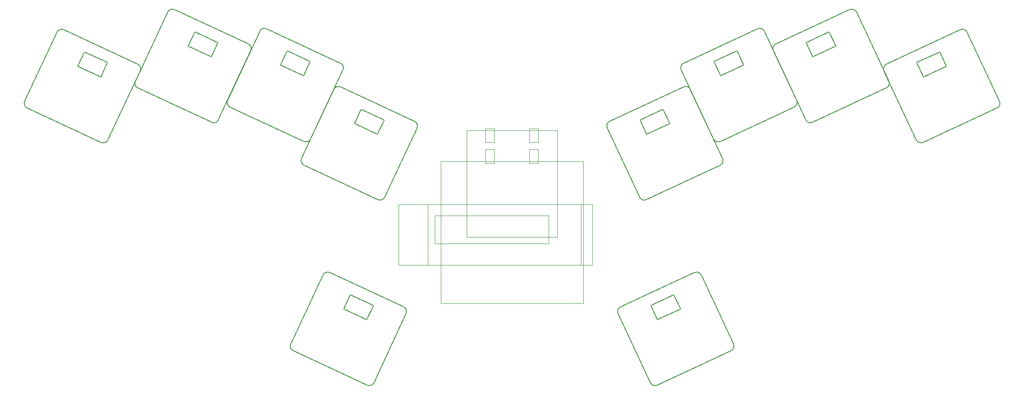
<source format=gbr>
%TF.GenerationSoftware,KiCad,Pcbnew,7.0.5*%
%TF.CreationDate,2023-06-04T15:55:19-04:00*%
%TF.ProjectId,epsilon-kb,65707369-6c6f-46e2-9d6b-622e6b696361,rev?*%
%TF.SameCoordinates,Original*%
%TF.FileFunction,OtherDrawing,Comment*%
%FSLAX46Y46*%
G04 Gerber Fmt 4.6, Leading zero omitted, Abs format (unit mm)*
G04 Created by KiCad (PCBNEW 7.0.5) date 2023-06-04 15:55:19*
%MOMM*%
%LPD*%
G01*
G04 APERTURE LIST*
%ADD10C,0.120000*%
%ADD11C,0.150000*%
G04 APERTURE END LIST*
D10*
%TO.C,U1*%
X146492190Y-85317186D02*
X144714190Y-85317186D01*
X144714190Y-85317186D02*
X144714190Y-82650186D01*
X144714190Y-82650186D02*
X146492190Y-82650186D01*
X146492190Y-82650186D02*
X146492190Y-85317186D01*
X153350198Y-82650186D02*
X155128198Y-82650186D01*
X155128198Y-82650186D02*
X155128198Y-85317186D01*
X155128198Y-85317186D02*
X153350198Y-85317186D01*
X153350198Y-85317186D02*
X153350198Y-82650186D01*
X144714190Y-86714186D02*
X146492190Y-86714186D01*
X146492190Y-86714186D02*
X146492190Y-89381186D01*
X146492190Y-89381186D02*
X144714190Y-89381186D01*
X144714190Y-89381186D02*
X144714190Y-86714186D01*
X141110001Y-103999999D02*
X158890001Y-103999999D01*
X158890001Y-103999999D02*
X158890001Y-82999999D01*
X158890001Y-82999999D02*
X141110001Y-82999999D01*
X141110001Y-82999999D02*
X141110001Y-103999999D01*
X153350198Y-86714186D02*
X155128198Y-86714186D01*
X155128198Y-86714186D02*
X155128198Y-89381186D01*
X155128198Y-89381186D02*
X153350198Y-89381186D01*
X153350198Y-89381186D02*
X153350198Y-86714186D01*
D11*
%TO.C,SW5*%
X169157282Y-81177330D02*
X183658207Y-74415438D01*
X184987133Y-74899127D02*
X191326407Y-88493744D01*
X190842718Y-89822670D02*
X176341793Y-96584562D01*
X175012867Y-96100873D02*
X168673593Y-82506256D01*
X175092866Y-80892122D02*
X179624405Y-78779031D01*
X179624405Y-78779031D02*
X180934522Y-81588585D01*
X180934522Y-81588585D02*
X176402983Y-83701676D01*
X176402983Y-83701676D02*
X175092866Y-80892122D01*
X184987132Y-74899127D02*
G75*
G03*
X183658207Y-74415439I-906306J-422617D01*
G01*
X190842718Y-89822669D02*
G75*
G03*
X191326406Y-88493744I-422617J906306D01*
G01*
X169157282Y-81177330D02*
G75*
G03*
X168673593Y-82506256I422619J-906308D01*
G01*
X175012867Y-96100873D02*
G75*
G03*
X176341793Y-96584562I906308J422619D01*
G01*
%TO.C,SW2*%
X83714713Y-59201181D02*
X98215638Y-65963073D01*
X76046513Y-73279487D02*
X82385787Y-59684870D01*
X91031127Y-81370305D02*
X76530202Y-74608413D01*
X98699327Y-67291999D02*
X92360053Y-80886616D01*
X87748515Y-63564774D02*
X92280054Y-65677865D01*
X92280054Y-65677865D02*
X90969937Y-68487419D01*
X90969937Y-68487419D02*
X86438398Y-66374328D01*
X86438398Y-66374328D02*
X87748515Y-63564774D01*
X98699326Y-67291999D02*
G75*
G03*
X98215638Y-65963074I-906305J422619D01*
G01*
X76046513Y-73279487D02*
G75*
G03*
X76530202Y-74608413I906308J-422618D01*
G01*
X91031127Y-81370304D02*
G75*
G03*
X92360052Y-80886616I422619J906305D01*
G01*
X83714713Y-59201181D02*
G75*
G03*
X82385787Y-59684870I-422618J-906308D01*
G01*
%TO.C,SW4*%
X116341793Y-74415438D02*
X130842718Y-81177330D01*
X123658207Y-96584562D02*
X109157282Y-89822670D01*
X108673593Y-88493744D02*
X115012867Y-74899127D01*
X131326407Y-82506256D02*
X124987133Y-96100873D01*
X120375595Y-78779031D02*
X124907134Y-80892122D01*
X124907134Y-80892122D02*
X123597017Y-83701676D01*
X123597017Y-83701676D02*
X119065478Y-81588585D01*
X119065478Y-81588585D02*
X120375595Y-78779031D01*
X123658207Y-96584561D02*
G75*
G03*
X124987132Y-96100873I422619J906305D01*
G01*
X131326406Y-82506256D02*
G75*
G03*
X130842718Y-81177331I-906305J422619D01*
G01*
X108673593Y-88493744D02*
G75*
G03*
X109157282Y-89822670I906308J-422618D01*
G01*
X116341793Y-74415438D02*
G75*
G03*
X115012867Y-74899127I-422618J-906308D01*
G01*
%TO.C,SW10*%
X177146733Y-132620685D02*
X170807459Y-119026068D01*
X192976584Y-126342482D02*
X178475659Y-133104374D01*
X171291148Y-117697142D02*
X185792073Y-110935250D01*
X187120999Y-111418939D02*
X193460273Y-125013556D01*
X177226732Y-117411934D02*
X181758271Y-115298843D01*
X181758271Y-115298843D02*
X183068388Y-118108397D01*
X183068388Y-118108397D02*
X178536849Y-120221488D01*
X178536849Y-120221488D02*
X177226732Y-117411934D01*
X187120998Y-111418939D02*
G75*
G03*
X185792073Y-110935251I-906306J-422617D01*
G01*
X192976584Y-126342481D02*
G75*
G03*
X193460272Y-125013556I-422617J906306D01*
G01*
X177146733Y-132620685D02*
G75*
G03*
X178475659Y-133104374I906308J422619D01*
G01*
X171291148Y-117697142D02*
G75*
G03*
X170807459Y-119026068I422619J-906308D01*
G01*
%TO.C,SW7*%
X207639948Y-80886616D02*
X201300674Y-67291999D01*
X201784363Y-65963073D02*
X216285288Y-59201181D01*
X223469799Y-74608413D02*
X208968874Y-81370305D01*
X217614214Y-59684870D02*
X223953488Y-73279487D01*
X207719947Y-65677865D02*
X212251486Y-63564774D01*
X212251486Y-63564774D02*
X213561603Y-66374328D01*
X213561603Y-66374328D02*
X209030064Y-68487419D01*
X209030064Y-68487419D02*
X207719947Y-65677865D01*
X201784363Y-65963073D02*
G75*
G03*
X201300674Y-67291999I422619J-906308D01*
G01*
X223469799Y-74608412D02*
G75*
G03*
X223953487Y-73279487I-422617J906306D01*
G01*
X207639948Y-80886616D02*
G75*
G03*
X208968874Y-81370305I906308J422619D01*
G01*
X217614213Y-59684870D02*
G75*
G03*
X216285288Y-59201182I-906306J-422617D01*
G01*
%TO.C,SW8*%
X239316137Y-63633165D02*
X245655411Y-77227782D01*
X245171722Y-78556708D02*
X230670797Y-85318600D01*
X229341871Y-84834911D02*
X223002597Y-71240294D01*
X223486286Y-69911368D02*
X237987211Y-63149476D01*
X229421870Y-69626160D02*
X233953409Y-67513069D01*
X233953409Y-67513069D02*
X235263526Y-70322623D01*
X235263526Y-70322623D02*
X230731987Y-72435714D01*
X230731987Y-72435714D02*
X229421870Y-69626160D01*
X239316136Y-63633165D02*
G75*
G03*
X237987211Y-63149477I-906306J-422617D01*
G01*
X245171722Y-78556707D02*
G75*
G03*
X245655410Y-77227782I-422617J906306D01*
G01*
X229341871Y-84834911D02*
G75*
G03*
X230670797Y-85318600I906308J422619D01*
G01*
X223486286Y-69911368D02*
G75*
G03*
X223002597Y-71240294I422619J-906308D01*
G01*
%TO.C,SW3*%
X116808995Y-71047319D02*
X110469721Y-84641936D01*
X109140795Y-85125625D02*
X94639870Y-78363733D01*
X94156181Y-77034807D02*
X100495455Y-63440190D01*
X101824381Y-62956501D02*
X116325306Y-69718393D01*
X105858183Y-67320094D02*
X110389722Y-69433185D01*
X110389722Y-69433185D02*
X109079605Y-72242739D01*
X109079605Y-72242739D02*
X104548066Y-70129648D01*
X104548066Y-70129648D02*
X105858183Y-67320094D01*
X116808994Y-71047319D02*
G75*
G03*
X116325306Y-69718394I-906305J422619D01*
G01*
X109140795Y-85125624D02*
G75*
G03*
X110469720Y-84641936I422619J906305D01*
G01*
X101824381Y-62956501D02*
G75*
G03*
X100495455Y-63440190I-422618J-906308D01*
G01*
X94156181Y-77034807D02*
G75*
G03*
X94639870Y-78363733I906308J-422618D01*
G01*
%TO.C,SW1*%
X69329204Y-85318600D02*
X54828279Y-78556708D01*
X54344590Y-77227782D02*
X60683864Y-63633165D01*
X62012790Y-63149476D02*
X76513715Y-69911368D01*
X76997404Y-71240294D02*
X70658130Y-84834911D01*
X66046592Y-67513069D02*
X70578131Y-69626160D01*
X70578131Y-69626160D02*
X69268014Y-72435714D01*
X69268014Y-72435714D02*
X64736475Y-70322623D01*
X64736475Y-70322623D02*
X66046592Y-67513069D01*
X69329204Y-85318599D02*
G75*
G03*
X70658129Y-84834911I422619J906305D01*
G01*
X54344590Y-77227782D02*
G75*
G03*
X54828279Y-78556708I906308J-422618D01*
G01*
X76997403Y-71240294D02*
G75*
G03*
X76513715Y-69911369I-906305J422619D01*
G01*
X62012790Y-63149476D02*
G75*
G03*
X60683864Y-63633165I-422618J-906308D01*
G01*
D10*
%TO.C,J2*%
X157190000Y-105240000D02*
X157190000Y-99720000D01*
X165750000Y-109500000D02*
X127750000Y-109500000D01*
X127750000Y-97500000D02*
X165750000Y-97500000D01*
X134810000Y-99720000D02*
X157190000Y-99720000D01*
X163500000Y-97500000D02*
X163500000Y-109500000D01*
X134810000Y-105240000D02*
X157190000Y-105240000D01*
X134810000Y-99720000D02*
X134810000Y-105240000D01*
X127750000Y-97500000D02*
X127750000Y-109500000D01*
X165750000Y-97500000D02*
X165750000Y-109500000D01*
X133500000Y-97500000D02*
X133500000Y-109500000D01*
D11*
%TO.C,SW9*%
X114207928Y-110935249D02*
X128708853Y-117697141D01*
X121524342Y-133104373D02*
X107023417Y-126342481D01*
X129192542Y-119026067D02*
X122853268Y-132620684D01*
X106539728Y-125013555D02*
X112879002Y-111418938D01*
X118241730Y-115298842D02*
X122773269Y-117411933D01*
X122773269Y-117411933D02*
X121463152Y-120221487D01*
X121463152Y-120221487D02*
X116931613Y-118108396D01*
X116931613Y-118108396D02*
X118241730Y-115298842D01*
X114207928Y-110935249D02*
G75*
G03*
X112879002Y-111418938I-422618J-906308D01*
G01*
X106539728Y-125013555D02*
G75*
G03*
X107023417Y-126342481I906308J-422618D01*
G01*
X121524342Y-133104372D02*
G75*
G03*
X122853267Y-132620684I422619J906305D01*
G01*
X129192541Y-119026067D02*
G75*
G03*
X128708853Y-117697142I-906305J422619D01*
G01*
%TO.C,SW6*%
X189530280Y-84641936D02*
X183191006Y-71047319D01*
X183674695Y-69718393D02*
X198175620Y-62956501D01*
X205360131Y-78363733D02*
X190859206Y-85125625D01*
X199504546Y-63440190D02*
X205843820Y-77034807D01*
X189610279Y-69433185D02*
X194141818Y-67320094D01*
X194141818Y-67320094D02*
X195451935Y-70129648D01*
X195451935Y-70129648D02*
X190920396Y-72242739D01*
X190920396Y-72242739D02*
X189610279Y-69433185D01*
X183674695Y-69718393D02*
G75*
G03*
X183191006Y-71047319I422619J-906308D01*
G01*
X199504545Y-63440190D02*
G75*
G03*
X198175620Y-62956502I-906306J-422617D01*
G01*
X189530280Y-84641936D02*
G75*
G03*
X190859206Y-85125625I906308J422619D01*
G01*
X205360131Y-78363732D02*
G75*
G03*
X205843819Y-77034807I-422617J906306D01*
G01*
D10*
%TO.C,J1*%
X163970000Y-116970000D02*
X163970000Y-89030000D01*
X163970000Y-89030000D02*
X136030000Y-89030000D01*
X136030000Y-116970000D02*
X163970000Y-116970000D01*
X136030000Y-89030000D02*
X136030000Y-116970000D01*
%TD*%
M02*

</source>
